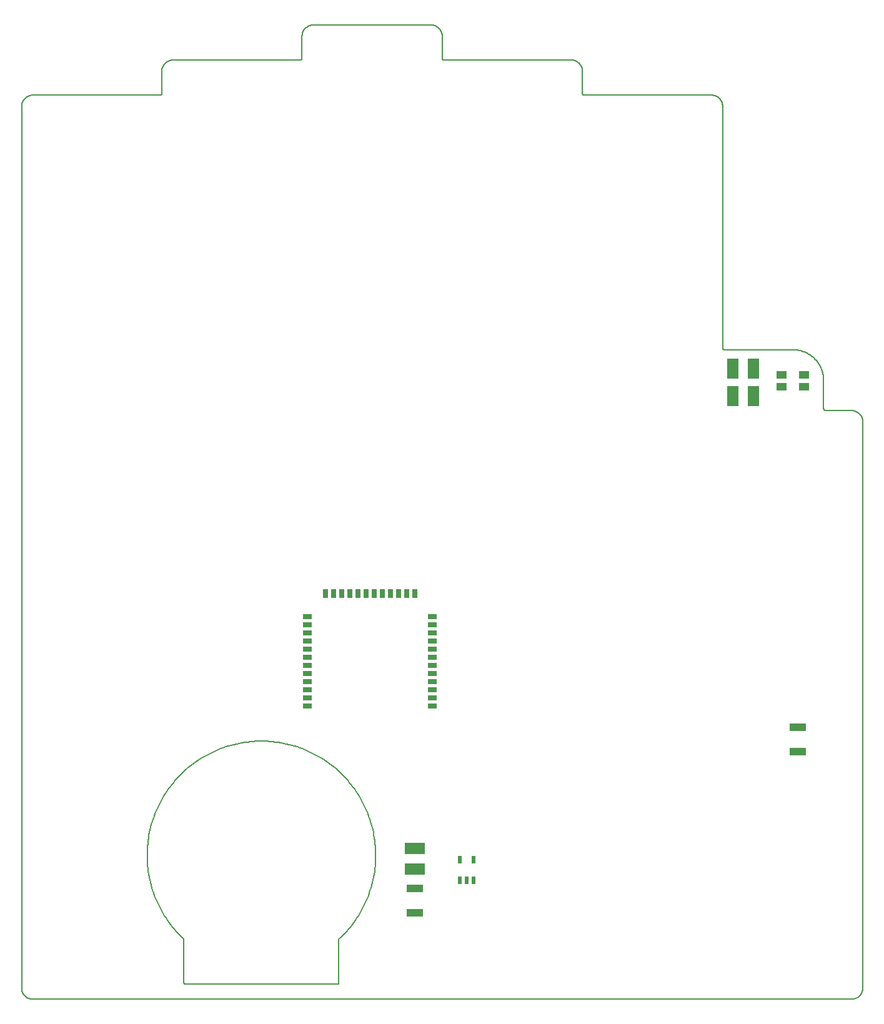
<source format=gbp>
G75*
%MOIN*%
%OFA0B0*%
%FSLAX25Y25*%
%IPPOS*%
%LPD*%
%AMOC8*
5,1,8,0,0,1.08239X$1,22.5*
%
%ADD10C,0.00600*%
%ADD11R,0.02500X0.05000*%
%ADD12R,0.05000X0.02500*%
%ADD13R,0.05512X0.04331*%
%ADD14R,0.02362X0.04331*%
%ADD15R,0.10630X0.06299*%
%ADD16R,0.06299X0.10630*%
%ADD17R,0.09055X0.04331*%
D10*
X0089883Y0074135D02*
X0089883Y0544607D01*
X0089882Y0544607D02*
X0089884Y0544759D01*
X0089890Y0544911D01*
X0089900Y0545063D01*
X0089913Y0545214D01*
X0089931Y0545365D01*
X0089952Y0545516D01*
X0089978Y0545666D01*
X0090007Y0545815D01*
X0090040Y0545964D01*
X0090077Y0546111D01*
X0090117Y0546258D01*
X0090162Y0546403D01*
X0090210Y0546547D01*
X0090262Y0546690D01*
X0090317Y0546832D01*
X0090376Y0546972D01*
X0090439Y0547111D01*
X0090505Y0547248D01*
X0090575Y0547383D01*
X0090648Y0547516D01*
X0090725Y0547647D01*
X0090805Y0547777D01*
X0090888Y0547904D01*
X0090974Y0548029D01*
X0091064Y0548152D01*
X0091157Y0548272D01*
X0091253Y0548390D01*
X0091352Y0548506D01*
X0091454Y0548619D01*
X0091558Y0548729D01*
X0091666Y0548837D01*
X0091776Y0548941D01*
X0091889Y0549043D01*
X0092005Y0549142D01*
X0092123Y0549238D01*
X0092243Y0549331D01*
X0092366Y0549421D01*
X0092491Y0549507D01*
X0092618Y0549590D01*
X0092748Y0549670D01*
X0092879Y0549747D01*
X0093012Y0549820D01*
X0093147Y0549890D01*
X0093284Y0549956D01*
X0093423Y0550019D01*
X0093563Y0550078D01*
X0093705Y0550133D01*
X0093848Y0550185D01*
X0093992Y0550233D01*
X0094137Y0550278D01*
X0094284Y0550318D01*
X0094431Y0550355D01*
X0094580Y0550388D01*
X0094729Y0550417D01*
X0094879Y0550443D01*
X0095030Y0550464D01*
X0095181Y0550482D01*
X0095332Y0550495D01*
X0095484Y0550505D01*
X0095636Y0550511D01*
X0095788Y0550513D01*
X0163702Y0550513D01*
X0163764Y0550515D01*
X0163825Y0550521D01*
X0163886Y0550530D01*
X0163947Y0550544D01*
X0164006Y0550561D01*
X0164064Y0550582D01*
X0164121Y0550607D01*
X0164176Y0550635D01*
X0164229Y0550666D01*
X0164280Y0550701D01*
X0164329Y0550739D01*
X0164376Y0550780D01*
X0164419Y0550823D01*
X0164460Y0550870D01*
X0164498Y0550919D01*
X0164533Y0550970D01*
X0164564Y0551023D01*
X0164592Y0551078D01*
X0164617Y0551135D01*
X0164638Y0551193D01*
X0164655Y0551252D01*
X0164669Y0551313D01*
X0164678Y0551374D01*
X0164684Y0551435D01*
X0164686Y0551497D01*
X0164686Y0563308D01*
X0164685Y0563308D02*
X0164687Y0563460D01*
X0164693Y0563612D01*
X0164703Y0563764D01*
X0164716Y0563915D01*
X0164734Y0564066D01*
X0164755Y0564217D01*
X0164781Y0564367D01*
X0164810Y0564516D01*
X0164843Y0564665D01*
X0164880Y0564812D01*
X0164920Y0564959D01*
X0164965Y0565104D01*
X0165013Y0565248D01*
X0165065Y0565391D01*
X0165120Y0565533D01*
X0165179Y0565673D01*
X0165242Y0565812D01*
X0165308Y0565949D01*
X0165378Y0566084D01*
X0165451Y0566217D01*
X0165528Y0566348D01*
X0165608Y0566478D01*
X0165691Y0566605D01*
X0165777Y0566730D01*
X0165867Y0566853D01*
X0165960Y0566973D01*
X0166056Y0567091D01*
X0166155Y0567207D01*
X0166257Y0567320D01*
X0166361Y0567430D01*
X0166469Y0567538D01*
X0166579Y0567642D01*
X0166692Y0567744D01*
X0166808Y0567843D01*
X0166926Y0567939D01*
X0167046Y0568032D01*
X0167169Y0568122D01*
X0167294Y0568208D01*
X0167421Y0568291D01*
X0167551Y0568371D01*
X0167682Y0568448D01*
X0167815Y0568521D01*
X0167950Y0568591D01*
X0168087Y0568657D01*
X0168226Y0568720D01*
X0168366Y0568779D01*
X0168508Y0568834D01*
X0168651Y0568886D01*
X0168795Y0568934D01*
X0168940Y0568979D01*
X0169087Y0569019D01*
X0169234Y0569056D01*
X0169383Y0569089D01*
X0169532Y0569118D01*
X0169682Y0569144D01*
X0169833Y0569165D01*
X0169984Y0569183D01*
X0170135Y0569196D01*
X0170287Y0569206D01*
X0170439Y0569212D01*
X0170591Y0569214D01*
X0170591Y0569213D02*
X0238505Y0569213D01*
X0238505Y0569214D02*
X0238567Y0569216D01*
X0238628Y0569222D01*
X0238689Y0569231D01*
X0238750Y0569245D01*
X0238809Y0569262D01*
X0238867Y0569283D01*
X0238924Y0569308D01*
X0238979Y0569336D01*
X0239032Y0569367D01*
X0239083Y0569402D01*
X0239132Y0569440D01*
X0239179Y0569481D01*
X0239222Y0569524D01*
X0239263Y0569571D01*
X0239301Y0569620D01*
X0239336Y0569671D01*
X0239367Y0569724D01*
X0239395Y0569779D01*
X0239420Y0569836D01*
X0239441Y0569894D01*
X0239458Y0569953D01*
X0239472Y0570014D01*
X0239481Y0570075D01*
X0239487Y0570136D01*
X0239489Y0570198D01*
X0239489Y0582009D01*
X0239488Y0582009D02*
X0239490Y0582161D01*
X0239496Y0582313D01*
X0239506Y0582465D01*
X0239519Y0582616D01*
X0239537Y0582767D01*
X0239558Y0582918D01*
X0239584Y0583068D01*
X0239613Y0583217D01*
X0239646Y0583366D01*
X0239683Y0583513D01*
X0239723Y0583660D01*
X0239768Y0583805D01*
X0239816Y0583949D01*
X0239868Y0584092D01*
X0239923Y0584234D01*
X0239982Y0584374D01*
X0240045Y0584513D01*
X0240111Y0584650D01*
X0240181Y0584785D01*
X0240254Y0584918D01*
X0240331Y0585049D01*
X0240411Y0585179D01*
X0240494Y0585306D01*
X0240580Y0585431D01*
X0240670Y0585554D01*
X0240763Y0585674D01*
X0240859Y0585792D01*
X0240958Y0585908D01*
X0241060Y0586021D01*
X0241164Y0586131D01*
X0241272Y0586239D01*
X0241382Y0586343D01*
X0241495Y0586445D01*
X0241611Y0586544D01*
X0241729Y0586640D01*
X0241849Y0586733D01*
X0241972Y0586823D01*
X0242097Y0586909D01*
X0242224Y0586992D01*
X0242354Y0587072D01*
X0242485Y0587149D01*
X0242618Y0587222D01*
X0242753Y0587292D01*
X0242890Y0587358D01*
X0243029Y0587421D01*
X0243169Y0587480D01*
X0243311Y0587535D01*
X0243454Y0587587D01*
X0243598Y0587635D01*
X0243743Y0587680D01*
X0243890Y0587720D01*
X0244037Y0587757D01*
X0244186Y0587790D01*
X0244335Y0587819D01*
X0244485Y0587845D01*
X0244636Y0587866D01*
X0244787Y0587884D01*
X0244938Y0587897D01*
X0245090Y0587907D01*
X0245242Y0587913D01*
X0245394Y0587915D01*
X0245394Y0587914D02*
X0308387Y0587914D01*
X0308387Y0587915D02*
X0308539Y0587913D01*
X0308691Y0587907D01*
X0308843Y0587897D01*
X0308994Y0587884D01*
X0309145Y0587866D01*
X0309296Y0587845D01*
X0309446Y0587819D01*
X0309595Y0587790D01*
X0309744Y0587757D01*
X0309891Y0587720D01*
X0310038Y0587680D01*
X0310183Y0587635D01*
X0310327Y0587587D01*
X0310470Y0587535D01*
X0310612Y0587480D01*
X0310752Y0587421D01*
X0310891Y0587358D01*
X0311028Y0587292D01*
X0311163Y0587222D01*
X0311296Y0587149D01*
X0311427Y0587072D01*
X0311557Y0586992D01*
X0311684Y0586909D01*
X0311809Y0586823D01*
X0311932Y0586733D01*
X0312052Y0586640D01*
X0312170Y0586544D01*
X0312286Y0586445D01*
X0312399Y0586343D01*
X0312509Y0586239D01*
X0312617Y0586131D01*
X0312721Y0586021D01*
X0312823Y0585908D01*
X0312922Y0585792D01*
X0313018Y0585674D01*
X0313111Y0585554D01*
X0313201Y0585431D01*
X0313287Y0585306D01*
X0313370Y0585179D01*
X0313450Y0585049D01*
X0313527Y0584918D01*
X0313600Y0584785D01*
X0313670Y0584650D01*
X0313736Y0584513D01*
X0313799Y0584374D01*
X0313858Y0584234D01*
X0313913Y0584092D01*
X0313965Y0583949D01*
X0314013Y0583805D01*
X0314058Y0583660D01*
X0314098Y0583513D01*
X0314135Y0583366D01*
X0314168Y0583217D01*
X0314197Y0583068D01*
X0314223Y0582918D01*
X0314244Y0582767D01*
X0314262Y0582616D01*
X0314275Y0582465D01*
X0314285Y0582313D01*
X0314291Y0582161D01*
X0314293Y0582009D01*
X0314292Y0582009D02*
X0314292Y0570198D01*
X0314294Y0570136D01*
X0314300Y0570075D01*
X0314309Y0570014D01*
X0314323Y0569953D01*
X0314340Y0569894D01*
X0314361Y0569836D01*
X0314386Y0569779D01*
X0314414Y0569724D01*
X0314445Y0569671D01*
X0314480Y0569620D01*
X0314518Y0569571D01*
X0314559Y0569524D01*
X0314602Y0569481D01*
X0314649Y0569440D01*
X0314698Y0569402D01*
X0314749Y0569367D01*
X0314802Y0569336D01*
X0314857Y0569308D01*
X0314914Y0569283D01*
X0314972Y0569262D01*
X0315031Y0569245D01*
X0315092Y0569231D01*
X0315153Y0569222D01*
X0315214Y0569216D01*
X0315276Y0569214D01*
X0315276Y0569213D02*
X0383190Y0569213D01*
X0383190Y0569214D02*
X0383342Y0569212D01*
X0383494Y0569206D01*
X0383646Y0569196D01*
X0383797Y0569183D01*
X0383948Y0569165D01*
X0384099Y0569144D01*
X0384249Y0569118D01*
X0384398Y0569089D01*
X0384547Y0569056D01*
X0384694Y0569019D01*
X0384841Y0568979D01*
X0384986Y0568934D01*
X0385130Y0568886D01*
X0385273Y0568834D01*
X0385415Y0568779D01*
X0385555Y0568720D01*
X0385694Y0568657D01*
X0385831Y0568591D01*
X0385966Y0568521D01*
X0386099Y0568448D01*
X0386230Y0568371D01*
X0386360Y0568291D01*
X0386487Y0568208D01*
X0386612Y0568122D01*
X0386735Y0568032D01*
X0386855Y0567939D01*
X0386973Y0567843D01*
X0387089Y0567744D01*
X0387202Y0567642D01*
X0387312Y0567538D01*
X0387420Y0567430D01*
X0387524Y0567320D01*
X0387626Y0567207D01*
X0387725Y0567091D01*
X0387821Y0566973D01*
X0387914Y0566853D01*
X0388004Y0566730D01*
X0388090Y0566605D01*
X0388173Y0566478D01*
X0388253Y0566348D01*
X0388330Y0566217D01*
X0388403Y0566084D01*
X0388473Y0565949D01*
X0388539Y0565812D01*
X0388602Y0565673D01*
X0388661Y0565533D01*
X0388716Y0565391D01*
X0388768Y0565248D01*
X0388816Y0565104D01*
X0388861Y0564959D01*
X0388901Y0564812D01*
X0388938Y0564665D01*
X0388971Y0564516D01*
X0389000Y0564367D01*
X0389026Y0564217D01*
X0389047Y0564066D01*
X0389065Y0563915D01*
X0389078Y0563764D01*
X0389088Y0563612D01*
X0389094Y0563460D01*
X0389096Y0563308D01*
X0389095Y0563308D02*
X0389095Y0551497D01*
X0389096Y0551497D02*
X0389098Y0551435D01*
X0389104Y0551374D01*
X0389113Y0551313D01*
X0389127Y0551252D01*
X0389144Y0551193D01*
X0389165Y0551135D01*
X0389190Y0551078D01*
X0389218Y0551023D01*
X0389249Y0550970D01*
X0389284Y0550919D01*
X0389322Y0550870D01*
X0389363Y0550823D01*
X0389406Y0550780D01*
X0389453Y0550739D01*
X0389502Y0550701D01*
X0389553Y0550666D01*
X0389606Y0550635D01*
X0389661Y0550607D01*
X0389718Y0550582D01*
X0389776Y0550561D01*
X0389835Y0550544D01*
X0389896Y0550530D01*
X0389957Y0550521D01*
X0390018Y0550515D01*
X0390080Y0550513D01*
X0457993Y0550513D01*
X0458145Y0550511D01*
X0458297Y0550505D01*
X0458449Y0550495D01*
X0458600Y0550482D01*
X0458751Y0550464D01*
X0458902Y0550443D01*
X0459052Y0550417D01*
X0459201Y0550388D01*
X0459350Y0550355D01*
X0459497Y0550318D01*
X0459644Y0550278D01*
X0459789Y0550233D01*
X0459933Y0550185D01*
X0460076Y0550133D01*
X0460218Y0550078D01*
X0460358Y0550019D01*
X0460497Y0549956D01*
X0460634Y0549890D01*
X0460769Y0549820D01*
X0460902Y0549747D01*
X0461033Y0549670D01*
X0461163Y0549590D01*
X0461290Y0549507D01*
X0461415Y0549421D01*
X0461538Y0549331D01*
X0461658Y0549238D01*
X0461776Y0549142D01*
X0461892Y0549043D01*
X0462005Y0548941D01*
X0462115Y0548837D01*
X0462223Y0548729D01*
X0462327Y0548619D01*
X0462429Y0548506D01*
X0462528Y0548390D01*
X0462624Y0548272D01*
X0462717Y0548152D01*
X0462807Y0548029D01*
X0462893Y0547904D01*
X0462976Y0547777D01*
X0463056Y0547647D01*
X0463133Y0547516D01*
X0463206Y0547383D01*
X0463276Y0547248D01*
X0463342Y0547111D01*
X0463405Y0546972D01*
X0463464Y0546832D01*
X0463519Y0546690D01*
X0463571Y0546547D01*
X0463619Y0546403D01*
X0463664Y0546258D01*
X0463704Y0546111D01*
X0463741Y0545964D01*
X0463774Y0545815D01*
X0463803Y0545666D01*
X0463829Y0545516D01*
X0463850Y0545365D01*
X0463868Y0545214D01*
X0463881Y0545063D01*
X0463891Y0544911D01*
X0463897Y0544759D01*
X0463899Y0544607D01*
X0463898Y0544607D02*
X0463898Y0415670D01*
X0463899Y0415670D02*
X0463901Y0415608D01*
X0463907Y0415547D01*
X0463916Y0415486D01*
X0463930Y0415425D01*
X0463947Y0415366D01*
X0463968Y0415308D01*
X0463993Y0415251D01*
X0464021Y0415196D01*
X0464052Y0415143D01*
X0464087Y0415092D01*
X0464125Y0415043D01*
X0464166Y0414996D01*
X0464209Y0414953D01*
X0464256Y0414912D01*
X0464305Y0414874D01*
X0464356Y0414839D01*
X0464409Y0414808D01*
X0464464Y0414780D01*
X0464521Y0414755D01*
X0464579Y0414734D01*
X0464638Y0414717D01*
X0464699Y0414703D01*
X0464760Y0414694D01*
X0464821Y0414688D01*
X0464883Y0414686D01*
X0501300Y0414686D01*
X0501300Y0414685D02*
X0501700Y0414680D01*
X0502099Y0414666D01*
X0502498Y0414642D01*
X0502896Y0414608D01*
X0503293Y0414564D01*
X0503689Y0414511D01*
X0504084Y0414449D01*
X0504477Y0414377D01*
X0504868Y0414295D01*
X0505257Y0414205D01*
X0505644Y0414104D01*
X0506028Y0413995D01*
X0506410Y0413876D01*
X0506788Y0413748D01*
X0507163Y0413610D01*
X0507535Y0413464D01*
X0507903Y0413309D01*
X0508268Y0413145D01*
X0508628Y0412972D01*
X0508984Y0412791D01*
X0509336Y0412601D01*
X0509683Y0412403D01*
X0510025Y0412196D01*
X0510361Y0411981D01*
X0510693Y0411758D01*
X0511019Y0411527D01*
X0511339Y0411288D01*
X0511654Y0411042D01*
X0511962Y0410788D01*
X0512265Y0410527D01*
X0512561Y0410258D01*
X0512850Y0409982D01*
X0513132Y0409700D01*
X0513408Y0409411D01*
X0513677Y0409115D01*
X0513938Y0408812D01*
X0514192Y0408504D01*
X0514438Y0408189D01*
X0514677Y0407869D01*
X0514908Y0407543D01*
X0515131Y0407211D01*
X0515346Y0406875D01*
X0515553Y0406533D01*
X0515751Y0406186D01*
X0515941Y0405834D01*
X0516122Y0405478D01*
X0516295Y0405118D01*
X0516459Y0404753D01*
X0516614Y0404385D01*
X0516760Y0404013D01*
X0516898Y0403638D01*
X0517026Y0403260D01*
X0517145Y0402878D01*
X0517254Y0402494D01*
X0517355Y0402107D01*
X0517445Y0401718D01*
X0517527Y0401327D01*
X0517599Y0400934D01*
X0517661Y0400539D01*
X0517714Y0400143D01*
X0517758Y0399746D01*
X0517792Y0399348D01*
X0517816Y0398949D01*
X0517830Y0398550D01*
X0517835Y0398150D01*
X0517835Y0383190D01*
X0517836Y0383190D02*
X0517838Y0383128D01*
X0517844Y0383067D01*
X0517853Y0383006D01*
X0517867Y0382945D01*
X0517884Y0382886D01*
X0517905Y0382828D01*
X0517930Y0382771D01*
X0517958Y0382716D01*
X0517989Y0382663D01*
X0518024Y0382612D01*
X0518062Y0382563D01*
X0518103Y0382516D01*
X0518146Y0382473D01*
X0518193Y0382432D01*
X0518242Y0382394D01*
X0518293Y0382359D01*
X0518346Y0382328D01*
X0518401Y0382300D01*
X0518458Y0382275D01*
X0518516Y0382254D01*
X0518575Y0382237D01*
X0518636Y0382223D01*
X0518697Y0382214D01*
X0518758Y0382208D01*
X0518820Y0382206D01*
X0532796Y0382206D01*
X0532948Y0382204D01*
X0533100Y0382198D01*
X0533252Y0382188D01*
X0533403Y0382175D01*
X0533554Y0382157D01*
X0533705Y0382136D01*
X0533855Y0382110D01*
X0534004Y0382081D01*
X0534153Y0382048D01*
X0534300Y0382011D01*
X0534447Y0381971D01*
X0534592Y0381926D01*
X0534736Y0381878D01*
X0534879Y0381826D01*
X0535021Y0381771D01*
X0535161Y0381712D01*
X0535300Y0381649D01*
X0535437Y0381583D01*
X0535572Y0381513D01*
X0535705Y0381440D01*
X0535836Y0381363D01*
X0535966Y0381283D01*
X0536093Y0381200D01*
X0536218Y0381114D01*
X0536341Y0381024D01*
X0536461Y0380931D01*
X0536579Y0380835D01*
X0536695Y0380736D01*
X0536808Y0380634D01*
X0536918Y0380530D01*
X0537026Y0380422D01*
X0537130Y0380312D01*
X0537232Y0380199D01*
X0537331Y0380083D01*
X0537427Y0379965D01*
X0537520Y0379845D01*
X0537610Y0379722D01*
X0537696Y0379597D01*
X0537779Y0379470D01*
X0537859Y0379340D01*
X0537936Y0379209D01*
X0538009Y0379076D01*
X0538079Y0378941D01*
X0538145Y0378804D01*
X0538208Y0378665D01*
X0538267Y0378525D01*
X0538322Y0378383D01*
X0538374Y0378240D01*
X0538422Y0378096D01*
X0538467Y0377951D01*
X0538507Y0377804D01*
X0538544Y0377657D01*
X0538577Y0377508D01*
X0538606Y0377359D01*
X0538632Y0377209D01*
X0538653Y0377058D01*
X0538671Y0376907D01*
X0538684Y0376756D01*
X0538694Y0376604D01*
X0538700Y0376452D01*
X0538702Y0376300D01*
X0538702Y0074135D01*
X0538700Y0073983D01*
X0538694Y0073831D01*
X0538684Y0073679D01*
X0538671Y0073528D01*
X0538653Y0073377D01*
X0538632Y0073226D01*
X0538606Y0073076D01*
X0538577Y0072927D01*
X0538544Y0072778D01*
X0538507Y0072631D01*
X0538467Y0072484D01*
X0538422Y0072339D01*
X0538374Y0072195D01*
X0538322Y0072052D01*
X0538267Y0071910D01*
X0538208Y0071770D01*
X0538145Y0071631D01*
X0538079Y0071494D01*
X0538009Y0071359D01*
X0537936Y0071226D01*
X0537859Y0071095D01*
X0537779Y0070965D01*
X0537696Y0070838D01*
X0537610Y0070713D01*
X0537520Y0070590D01*
X0537427Y0070470D01*
X0537331Y0070352D01*
X0537232Y0070236D01*
X0537130Y0070123D01*
X0537026Y0070013D01*
X0536918Y0069905D01*
X0536808Y0069801D01*
X0536695Y0069699D01*
X0536579Y0069600D01*
X0536461Y0069504D01*
X0536341Y0069411D01*
X0536218Y0069321D01*
X0536093Y0069235D01*
X0535966Y0069152D01*
X0535836Y0069072D01*
X0535705Y0068995D01*
X0535572Y0068922D01*
X0535437Y0068852D01*
X0535300Y0068786D01*
X0535161Y0068723D01*
X0535021Y0068664D01*
X0534879Y0068609D01*
X0534736Y0068557D01*
X0534592Y0068509D01*
X0534447Y0068464D01*
X0534300Y0068424D01*
X0534153Y0068387D01*
X0534004Y0068354D01*
X0533855Y0068325D01*
X0533705Y0068299D01*
X0533554Y0068278D01*
X0533403Y0068260D01*
X0533252Y0068247D01*
X0533100Y0068237D01*
X0532948Y0068231D01*
X0532796Y0068229D01*
X0095788Y0068229D01*
X0095636Y0068231D01*
X0095484Y0068237D01*
X0095332Y0068247D01*
X0095181Y0068260D01*
X0095030Y0068278D01*
X0094879Y0068299D01*
X0094729Y0068325D01*
X0094580Y0068354D01*
X0094431Y0068387D01*
X0094284Y0068424D01*
X0094137Y0068464D01*
X0093992Y0068509D01*
X0093848Y0068557D01*
X0093705Y0068609D01*
X0093563Y0068664D01*
X0093423Y0068723D01*
X0093284Y0068786D01*
X0093147Y0068852D01*
X0093012Y0068922D01*
X0092879Y0068995D01*
X0092748Y0069072D01*
X0092618Y0069152D01*
X0092491Y0069235D01*
X0092366Y0069321D01*
X0092243Y0069411D01*
X0092123Y0069504D01*
X0092005Y0069600D01*
X0091889Y0069699D01*
X0091776Y0069801D01*
X0091666Y0069905D01*
X0091558Y0070013D01*
X0091454Y0070123D01*
X0091352Y0070236D01*
X0091253Y0070352D01*
X0091157Y0070470D01*
X0091064Y0070590D01*
X0090974Y0070713D01*
X0090888Y0070838D01*
X0090805Y0070965D01*
X0090725Y0071095D01*
X0090648Y0071226D01*
X0090575Y0071359D01*
X0090505Y0071494D01*
X0090439Y0071631D01*
X0090376Y0071770D01*
X0090317Y0071910D01*
X0090262Y0072052D01*
X0090210Y0072195D01*
X0090162Y0072339D01*
X0090117Y0072484D01*
X0090077Y0072631D01*
X0090040Y0072778D01*
X0090007Y0072927D01*
X0089978Y0073076D01*
X0089952Y0073226D01*
X0089931Y0073377D01*
X0089913Y0073528D01*
X0089900Y0073679D01*
X0089890Y0073831D01*
X0089884Y0073983D01*
X0089882Y0074135D01*
X0176497Y0077087D02*
X0176497Y0100119D01*
X0176497Y0077087D02*
X0176499Y0077025D01*
X0176505Y0076964D01*
X0176514Y0076903D01*
X0176528Y0076842D01*
X0176545Y0076783D01*
X0176566Y0076725D01*
X0176591Y0076668D01*
X0176619Y0076613D01*
X0176650Y0076560D01*
X0176685Y0076509D01*
X0176723Y0076460D01*
X0176764Y0076413D01*
X0176807Y0076370D01*
X0176854Y0076329D01*
X0176903Y0076291D01*
X0176954Y0076256D01*
X0177007Y0076225D01*
X0177062Y0076197D01*
X0177119Y0076172D01*
X0177177Y0076151D01*
X0177236Y0076134D01*
X0177297Y0076120D01*
X0177358Y0076111D01*
X0177419Y0076105D01*
X0177481Y0076103D01*
X0258190Y0076103D01*
X0258252Y0076105D01*
X0258313Y0076111D01*
X0258374Y0076120D01*
X0258435Y0076134D01*
X0258494Y0076151D01*
X0258552Y0076172D01*
X0258609Y0076197D01*
X0258664Y0076225D01*
X0258717Y0076256D01*
X0258768Y0076291D01*
X0258817Y0076329D01*
X0258864Y0076370D01*
X0258907Y0076413D01*
X0258948Y0076460D01*
X0258986Y0076509D01*
X0259021Y0076560D01*
X0259052Y0076613D01*
X0259080Y0076668D01*
X0259105Y0076725D01*
X0259126Y0076783D01*
X0259143Y0076842D01*
X0259157Y0076903D01*
X0259166Y0076964D01*
X0259172Y0077025D01*
X0259174Y0077087D01*
X0259174Y0100119D01*
X0259173Y0100119D02*
X0260256Y0101143D01*
X0261313Y0102193D01*
X0262344Y0103269D01*
X0263349Y0104369D01*
X0264326Y0105494D01*
X0265276Y0106642D01*
X0266197Y0107814D01*
X0267089Y0109007D01*
X0267952Y0110222D01*
X0268785Y0111458D01*
X0269587Y0112713D01*
X0270359Y0113988D01*
X0271099Y0115282D01*
X0271807Y0116593D01*
X0272483Y0117921D01*
X0273127Y0119265D01*
X0273737Y0120624D01*
X0274314Y0121998D01*
X0274857Y0123386D01*
X0275366Y0124786D01*
X0275840Y0126199D01*
X0276280Y0127623D01*
X0276685Y0129057D01*
X0277055Y0130500D01*
X0277389Y0131952D01*
X0277688Y0133412D01*
X0277951Y0134879D01*
X0278178Y0136352D01*
X0278369Y0137830D01*
X0278524Y0139312D01*
X0278643Y0140797D01*
X0278725Y0142285D01*
X0278771Y0143774D01*
X0278780Y0145264D01*
X0278753Y0146754D01*
X0278689Y0148243D01*
X0278589Y0149730D01*
X0278453Y0151214D01*
X0278281Y0152694D01*
X0278072Y0154169D01*
X0277828Y0155639D01*
X0277547Y0157103D01*
X0277231Y0158559D01*
X0276879Y0160007D01*
X0276493Y0161446D01*
X0276071Y0162875D01*
X0275614Y0164294D01*
X0275122Y0165701D01*
X0274597Y0167095D01*
X0274037Y0168476D01*
X0273444Y0169843D01*
X0272818Y0171195D01*
X0272158Y0172531D01*
X0271467Y0173851D01*
X0270743Y0175154D01*
X0269987Y0176438D01*
X0269201Y0177704D01*
X0268384Y0178950D01*
X0267536Y0180176D01*
X0266659Y0181380D01*
X0265752Y0182563D01*
X0264817Y0183723D01*
X0263854Y0184860D01*
X0262863Y0185973D01*
X0261846Y0187062D01*
X0260802Y0188125D01*
X0259732Y0189163D01*
X0258638Y0190174D01*
X0257519Y0191158D01*
X0256376Y0192114D01*
X0255210Y0193042D01*
X0254022Y0193942D01*
X0252812Y0194812D01*
X0251582Y0195652D01*
X0250331Y0196462D01*
X0249061Y0197241D01*
X0247772Y0197989D01*
X0246465Y0198705D01*
X0245141Y0199389D01*
X0243801Y0200040D01*
X0242445Y0200658D01*
X0241074Y0201243D01*
X0239690Y0201795D01*
X0238292Y0202312D01*
X0236883Y0202795D01*
X0235462Y0203243D01*
X0234030Y0203657D01*
X0232589Y0204035D01*
X0231139Y0204378D01*
X0229681Y0204686D01*
X0228215Y0204957D01*
X0226744Y0205193D01*
X0225267Y0205393D01*
X0223786Y0205557D01*
X0222302Y0205684D01*
X0220814Y0205775D01*
X0219325Y0205830D01*
X0217835Y0205848D01*
X0216345Y0205830D01*
X0214856Y0205775D01*
X0213368Y0205684D01*
X0211884Y0205557D01*
X0210403Y0205393D01*
X0208926Y0205193D01*
X0207455Y0204957D01*
X0205989Y0204686D01*
X0204531Y0204378D01*
X0203081Y0204035D01*
X0201640Y0203657D01*
X0200208Y0203243D01*
X0198787Y0202795D01*
X0197378Y0202312D01*
X0195980Y0201795D01*
X0194596Y0201243D01*
X0193225Y0200658D01*
X0191869Y0200040D01*
X0190529Y0199389D01*
X0189205Y0198705D01*
X0187898Y0197989D01*
X0186609Y0197241D01*
X0185339Y0196462D01*
X0184088Y0195652D01*
X0182858Y0194812D01*
X0181648Y0193942D01*
X0180460Y0193042D01*
X0179294Y0192114D01*
X0178151Y0191158D01*
X0177032Y0190174D01*
X0175938Y0189163D01*
X0174868Y0188125D01*
X0173824Y0187062D01*
X0172807Y0185973D01*
X0171816Y0184860D01*
X0170853Y0183723D01*
X0169918Y0182563D01*
X0169011Y0181380D01*
X0168134Y0180176D01*
X0167286Y0178950D01*
X0166469Y0177704D01*
X0165683Y0176438D01*
X0164927Y0175154D01*
X0164203Y0173851D01*
X0163512Y0172531D01*
X0162852Y0171195D01*
X0162226Y0169843D01*
X0161633Y0168476D01*
X0161073Y0167095D01*
X0160548Y0165701D01*
X0160056Y0164294D01*
X0159599Y0162875D01*
X0159177Y0161446D01*
X0158791Y0160007D01*
X0158439Y0158559D01*
X0158123Y0157103D01*
X0157842Y0155639D01*
X0157598Y0154169D01*
X0157389Y0152694D01*
X0157217Y0151214D01*
X0157081Y0149730D01*
X0156981Y0148243D01*
X0156917Y0146754D01*
X0156890Y0145264D01*
X0156899Y0143774D01*
X0156945Y0142285D01*
X0157027Y0140797D01*
X0157146Y0139312D01*
X0157301Y0137830D01*
X0157492Y0136352D01*
X0157719Y0134879D01*
X0157982Y0133412D01*
X0158281Y0131952D01*
X0158615Y0130500D01*
X0158985Y0129057D01*
X0159390Y0127623D01*
X0159830Y0126199D01*
X0160304Y0124786D01*
X0160813Y0123386D01*
X0161356Y0121998D01*
X0161933Y0120624D01*
X0162543Y0119265D01*
X0163187Y0117921D01*
X0163863Y0116593D01*
X0164571Y0115282D01*
X0165311Y0113988D01*
X0166083Y0112713D01*
X0166885Y0111458D01*
X0167718Y0110222D01*
X0168581Y0109007D01*
X0169473Y0107814D01*
X0170394Y0106642D01*
X0171344Y0105494D01*
X0172321Y0104369D01*
X0173326Y0103269D01*
X0174357Y0102193D01*
X0175414Y0101143D01*
X0176497Y0100119D01*
D11*
X0251891Y0284568D03*
X0256221Y0284568D03*
X0260552Y0284568D03*
X0264883Y0284568D03*
X0269213Y0284568D03*
X0273544Y0284568D03*
X0277875Y0284568D03*
X0282206Y0284568D03*
X0286536Y0284568D03*
X0290867Y0284568D03*
X0295198Y0284568D03*
X0299528Y0284568D03*
D12*
X0309174Y0272166D03*
X0309174Y0267835D03*
X0309174Y0263505D03*
X0309174Y0259174D03*
X0309174Y0254843D03*
X0309174Y0250513D03*
X0309174Y0246182D03*
X0309174Y0241851D03*
X0309174Y0237520D03*
X0309174Y0233190D03*
X0309174Y0228859D03*
X0309174Y0224528D03*
X0242245Y0224528D03*
X0242245Y0228859D03*
X0242245Y0233190D03*
X0242245Y0237520D03*
X0242245Y0241851D03*
X0242245Y0246182D03*
X0242245Y0250513D03*
X0242245Y0254843D03*
X0242245Y0259174D03*
X0242245Y0263505D03*
X0242245Y0267835D03*
X0242245Y0272166D03*
D13*
X0495394Y0395001D03*
X0495394Y0401300D03*
X0507206Y0401300D03*
X0507206Y0395001D03*
D14*
X0331024Y0142639D03*
X0323544Y0142639D03*
X0323544Y0131615D03*
X0327284Y0131615D03*
X0331024Y0131615D03*
D15*
X0299725Y0137520D03*
X0299725Y0148544D03*
D16*
X0469410Y0389883D03*
X0480434Y0389883D03*
X0480434Y0404450D03*
X0469410Y0404450D03*
D17*
X0504056Y0213111D03*
X0504056Y0200119D03*
X0299725Y0127087D03*
X0299725Y0114095D03*
M02*

</source>
